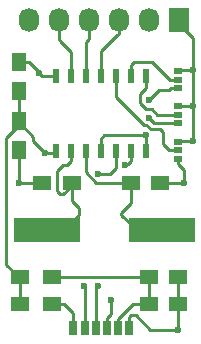
<source format=gbr>
G04 #@! TF.FileFunction,Copper,L1,Top,Signal*
%FSLAX46Y46*%
G04 Gerber Fmt 4.6, Leading zero omitted, Abs format (unit mm)*
G04 Created by KiCad (PCBNEW 4.0.2-stable) date 9/4/2016 3:07:33 AM*
%MOMM*%
G01*
G04 APERTURE LIST*
%ADD10C,0.100000*%
%ADD11R,1.250000X1.500000*%
%ADD12R,1.500000X1.250000*%
%ADD13R,0.762000X0.508000*%
%ADD14R,1.727200X2.032000*%
%ADD15O,1.727200X2.032000*%
%ADD16R,1.500000X1.300000*%
%ADD17R,0.508000X1.143000*%
%ADD18R,0.640000X1.270000*%
%ADD19R,5.600700X2.100580*%
%ADD20C,0.600000*%
%ADD21C,0.250000*%
G04 APERTURE END LIST*
D10*
D11*
X141750000Y-120250000D03*
X141750000Y-122750000D03*
X141750000Y-117750000D03*
X141750000Y-115250000D03*
D12*
X152750000Y-133500000D03*
X155250000Y-133500000D03*
X152750000Y-135750000D03*
X155250000Y-135750000D03*
X151250000Y-125500000D03*
X153750000Y-125500000D03*
X146250000Y-125500000D03*
X143750000Y-125500000D03*
D13*
X155250000Y-116788800D03*
X155250000Y-117500000D03*
X155250000Y-116077600D03*
X155250000Y-119750000D03*
X155250000Y-120461200D03*
X155250000Y-119038800D03*
X155250000Y-122750000D03*
X155250000Y-123461200D03*
X155250000Y-122038800D03*
D14*
X155290000Y-111750000D03*
D15*
X152750000Y-111750000D03*
X150210000Y-111750000D03*
X147670000Y-111750000D03*
X145130000Y-111750000D03*
X142590000Y-111750000D03*
D16*
X141900000Y-133500000D03*
X144600000Y-133500000D03*
X141900000Y-135750000D03*
X144600000Y-135750000D03*
D17*
X144900000Y-122850000D03*
X146170000Y-122850000D03*
X147440000Y-122850000D03*
X148710000Y-122850000D03*
X149980000Y-122850000D03*
X151250000Y-122850000D03*
X152520000Y-122850000D03*
X152520000Y-116500000D03*
X151250000Y-116500000D03*
X148710000Y-116500000D03*
X147440000Y-116500000D03*
X146170000Y-116500000D03*
X144900000Y-116500000D03*
X149980000Y-116500000D03*
D18*
X146375000Y-137835000D03*
X148275000Y-137835000D03*
X149225000Y-137835000D03*
X147325000Y-137835000D03*
X150175000Y-137835000D03*
X151125000Y-137835000D03*
D19*
X144151140Y-129500000D03*
X153848860Y-129500000D03*
D20*
X144000000Y-123000000D03*
X156500000Y-122000000D03*
X156500000Y-119000000D03*
X156500000Y-116000000D03*
X149553087Y-135468309D03*
X152750000Y-118500000D03*
X152750000Y-120000000D03*
X155250000Y-138000000D03*
X155750000Y-125500000D03*
X141750000Y-125500000D03*
X143500000Y-116250000D03*
X152500000Y-121500000D03*
X148500000Y-134249998D03*
X148500000Y-124750000D03*
X147300000Y-134250000D03*
X150750000Y-124000000D03*
D21*
X141750000Y-120250000D02*
X141750000Y-117750000D01*
X140700000Y-121700000D02*
X141950000Y-120450000D01*
X140700000Y-132450000D02*
X140700000Y-121700000D01*
X141950000Y-133700000D02*
X140700000Y-132450000D01*
X141900000Y-133500000D02*
X141750000Y-133500000D01*
X141900000Y-135750000D02*
X141900000Y-133500000D01*
X156500000Y-119000000D02*
X156500000Y-122000000D01*
X156500000Y-116000000D02*
X156500000Y-119000000D01*
X156500000Y-113250000D02*
X156500000Y-116000000D01*
X155160000Y-111910000D02*
X156500000Y-113250000D01*
X155160000Y-111750000D02*
X155160000Y-111910000D01*
X144000000Y-123000000D02*
X143000000Y-122000000D01*
X143000000Y-122000000D02*
X143000000Y-121625000D01*
X143000000Y-121625000D02*
X141750000Y-120375000D01*
X141750000Y-120375000D02*
X141750000Y-120250000D01*
X144000000Y-123000000D02*
X144750000Y-123000000D01*
X144750000Y-123000000D02*
X144900000Y-122850000D01*
X156500000Y-122000000D02*
X155288800Y-122000000D01*
X155288800Y-122000000D02*
X155250000Y-122038800D01*
X156500000Y-119000000D02*
X155288800Y-119000000D01*
X155288800Y-119000000D02*
X155250000Y-119038800D01*
X156500000Y-116000000D02*
X155327600Y-116000000D01*
X155327600Y-116000000D02*
X155250000Y-116077600D01*
X151125000Y-137835000D02*
X151125000Y-136875000D01*
X151125000Y-136875000D02*
X151250000Y-136750000D01*
X151250000Y-136750000D02*
X151650000Y-136750000D01*
X151650000Y-136750000D02*
X152900000Y-138000000D01*
X152900000Y-138000000D02*
X155250000Y-138000000D01*
X149553087Y-136621913D02*
X149553087Y-135892573D01*
X149225000Y-136950000D02*
X149553087Y-136621913D01*
X149553087Y-135892573D02*
X149553087Y-135468309D01*
X149225000Y-137835000D02*
X149225000Y-136950000D01*
X153631000Y-117619000D02*
X152750000Y-118500000D01*
X154500000Y-117619000D02*
X153631000Y-117619000D01*
X155250000Y-117500000D02*
X154619000Y-117500000D01*
X154619000Y-117500000D02*
X154500000Y-117619000D01*
X153211200Y-120461200D02*
X152750000Y-120000000D01*
X155250000Y-120461200D02*
X153211200Y-120461200D01*
X155250000Y-135750000D02*
X155250000Y-133500000D01*
X155250000Y-138000000D02*
X155250000Y-135750000D01*
X155750000Y-125500000D02*
X153750000Y-125500000D01*
X155750000Y-124465200D02*
X155750000Y-125500000D01*
X155250000Y-123461200D02*
X155250000Y-123965200D01*
X155250000Y-123965200D02*
X155750000Y-124465200D01*
X143750000Y-125500000D02*
X141750000Y-125500000D01*
X141750000Y-122750000D02*
X141750000Y-125500000D01*
X144900000Y-116500000D02*
X143750000Y-116500000D01*
X143750000Y-116500000D02*
X143500000Y-116250000D01*
X143500000Y-116125000D02*
X143500000Y-116250000D01*
X141750000Y-115250000D02*
X142625000Y-115250000D01*
X142625000Y-115250000D02*
X143500000Y-116125000D01*
X150175000Y-137036415D02*
X150175000Y-137835000D01*
X151461415Y-135750000D02*
X150175000Y-137036415D01*
X152750000Y-135750000D02*
X151461415Y-135750000D01*
X152750000Y-133500000D02*
X152750000Y-135750000D01*
X144600000Y-133500000D02*
X152750000Y-133500000D01*
X151250000Y-125500000D02*
X148324998Y-125500000D01*
X148324998Y-125500000D02*
X147440000Y-124615002D01*
X147440000Y-124615002D02*
X147440000Y-122850000D01*
X151250000Y-125500000D02*
X151250000Y-127250000D01*
X151250000Y-127250000D02*
X150449650Y-128050350D01*
X150449650Y-128050350D02*
X150449650Y-128199710D01*
X150449650Y-128199710D02*
X151749940Y-129500000D01*
X151749940Y-129500000D02*
X153500000Y-129500000D01*
X147440000Y-122850000D02*
X147440000Y-123167500D01*
X146170000Y-122850000D02*
X146170000Y-123671500D01*
X146170000Y-123671500D02*
X145841500Y-124000000D01*
X145841500Y-124000000D02*
X145500000Y-124000000D01*
X145500000Y-124000000D02*
X145000000Y-124500000D01*
X145000000Y-124500000D02*
X145000000Y-126250000D01*
X145500000Y-126500000D02*
X146250000Y-125750000D01*
X145000000Y-126250000D02*
X145250000Y-126500000D01*
X145250000Y-126500000D02*
X145500000Y-126500000D01*
X146250000Y-125750000D02*
X146250000Y-125500000D01*
X146250000Y-125500000D02*
X146250000Y-127052280D01*
X146250000Y-127052280D02*
X146852630Y-127654910D01*
X146852630Y-127654910D02*
X146852630Y-128199710D01*
X146852630Y-128199710D02*
X145552340Y-129500000D01*
X145552340Y-129500000D02*
X143802280Y-129500000D01*
X146170000Y-125420000D02*
X146250000Y-125500000D01*
X151250000Y-116500000D02*
X151250000Y-115500000D01*
X151250000Y-115500000D02*
X151500000Y-115250000D01*
X151500000Y-115250000D02*
X153000000Y-115250000D01*
X153000000Y-115250000D02*
X154538800Y-116788800D01*
X154538800Y-116788800D02*
X155250000Y-116788800D01*
X155250000Y-119750000D02*
X153500000Y-119750000D01*
X152000000Y-118750000D02*
X152000000Y-118000000D01*
X153500000Y-119750000D02*
X153000000Y-119250000D01*
X153000000Y-119250000D02*
X152500000Y-119250000D01*
X152500000Y-119250000D02*
X152000000Y-118750000D01*
X152000000Y-118000000D02*
X152520000Y-117480000D01*
X152520000Y-117480000D02*
X152520000Y-116500000D01*
X155250000Y-122750000D02*
X154500000Y-122750000D01*
X154500000Y-122750000D02*
X154000000Y-122250000D01*
X154000000Y-122250000D02*
X154000000Y-121250000D01*
X154000000Y-121250000D02*
X153750000Y-121000000D01*
X152550003Y-120625001D02*
X152375001Y-120625001D01*
X153750000Y-121000000D02*
X152925002Y-121000000D01*
X149980000Y-118230000D02*
X149980000Y-116500000D01*
X152925002Y-121000000D02*
X152550003Y-120625001D01*
X152375001Y-120625001D02*
X149980000Y-118230000D01*
X146170000Y-114420000D02*
X145250000Y-113500000D01*
X145130000Y-111750000D02*
X145130000Y-113380000D01*
X145130000Y-113380000D02*
X145250000Y-113500000D01*
X146170000Y-116500000D02*
X146170000Y-114420000D01*
X152500000Y-121500000D02*
X149000000Y-121500000D01*
X149000000Y-121500000D02*
X148710000Y-121790000D01*
X148710000Y-121790000D02*
X148710000Y-122850000D01*
X148750000Y-122810000D02*
X148710000Y-122850000D01*
X152500000Y-121500000D02*
X152500000Y-122830000D01*
X152500000Y-122830000D02*
X152520000Y-122850000D01*
X147670000Y-111750000D02*
X147670000Y-113330000D01*
X147670000Y-113330000D02*
X147440000Y-113560000D01*
X147440000Y-113560000D02*
X147440000Y-116500000D01*
X147540000Y-111880000D02*
X147670000Y-111750000D01*
X150210000Y-111750000D02*
X150210000Y-112886000D01*
X150210000Y-112886000D02*
X150080000Y-113016000D01*
X150080000Y-113016000D02*
X148710000Y-114386000D01*
X148710000Y-114386000D02*
X148710000Y-116500000D01*
X144600000Y-135750000D02*
X145600000Y-135750000D01*
X145600000Y-135750000D02*
X146375000Y-136525000D01*
X146375000Y-136525000D02*
X146375000Y-137835000D01*
X148275000Y-137835000D02*
X148275000Y-134474998D01*
X148275000Y-134474998D02*
X148500000Y-134249998D01*
X149980000Y-122850000D02*
X149980000Y-124230000D01*
X149980000Y-124230000D02*
X149460000Y-124750000D01*
X149460000Y-124750000D02*
X148500000Y-124750000D01*
X147325000Y-134275000D02*
X147300000Y-134250000D01*
X147325000Y-137835000D02*
X147325000Y-134275000D01*
X151000000Y-123921500D02*
X150828500Y-123921500D01*
X150828500Y-123921500D02*
X150750000Y-124000000D01*
X151250000Y-122850000D02*
X151250000Y-123671500D01*
X151250000Y-123671500D02*
X151000000Y-123921500D01*
M02*

</source>
